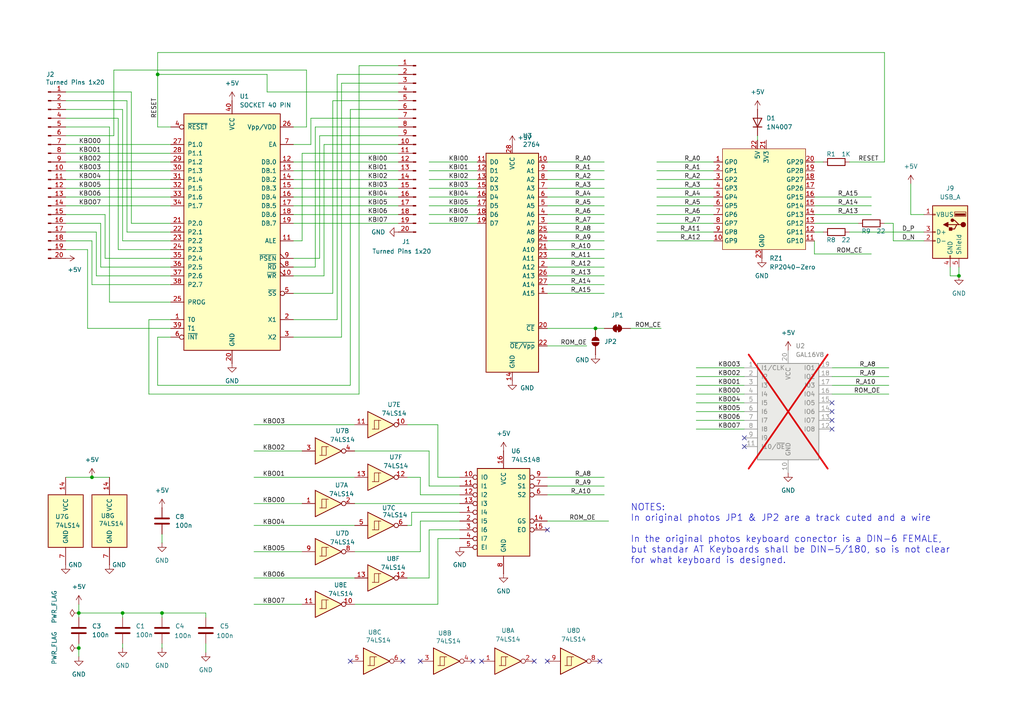
<source format=kicad_sch>
(kicad_sch (version 20250114) (generator "eeschema") (generator_version "9.0")
  (paper "A4")
  (title_block (title "Unknow Keyboard Interface for Sinclair QL") (date "2024-10-09") (rev "0.1") (company "by Alvaro Alea"))
  (lib_symbols
    (symbol "74xx:74LS14" (pin_names (offset 1.016))
      (property "Reference" "U" (at 0 1.27 0))
      (property "Value" "74LS14" (at 0 -1.27 0))
      (symbol "74LS14_1_0"
        (pin input line (at -7.62 0 0) (length 3.81) (name "~") (number "1"))
        (pin output inverted (at 7.62 0 180) (length 3.81) (name "~") (number "2"))
      )
      (symbol "74LS14_2_0"
        (pin input line (at -7.62 0 0) (length 3.81) (name "~") (number "3"))
        (pin output inverted (at 7.62 0 180) (length 3.81) (name "~") (number "4"))
      )
      (symbol "74LS14_3_0"
        (pin input line (at -7.62 0 0) (length 3.81) (name "~") (number "5"))
        (pin output inverted (at 7.62 0 180) (length 3.81) (name "~") (number "6"))
      )
      (symbol "74LS14_4_0"
        (pin input line (at -7.62 0 0) (length 3.81) (name "~") (number "9"))
        (pin output inverted (at 7.62 0 180) (length 3.81) (name "~") (number "8"))
      )
      (symbol "74LS14_5_0"
        (pin input line (at -7.62 0 0) (length 3.81) (name "~") (number "11"))
        (pin output inverted (at 7.62 0 180) (length 3.81) (name "~") (number "10"))
      )
      (symbol "74LS14_6_0"
        (pin input line (at -7.62 0 0) (length 3.81) (name "~") (number "13"))
        (pin output inverted (at 7.62 0 180) (length 3.81) (name "~") (number "12"))
      )
      (symbol "74LS14_7_0"
        (pin power_in line (at 0 12.7 270) (length 5.08) (name "VCC") (number "14"))
        (pin power_in line (at 0 -12.7 90) (length 5.08) (name "GND") (number "7"))
      )
    )
    (symbol "74xx:74LS148" (pin_names (offset 1.016))
      (property "Reference" "U" (at -7.62 13.97 0))
      (property "Value" "74LS148" (at -7.62 -13.97 0))
      (symbol "74LS148_1_0"
        (pin input inverted (at -12.7 10.16 0) (length 5.08) (name "IO") (number "10"))
        (pin input inverted (at -12.7 7.62 0) (length 5.08) (name "I1") (number "11"))
        (pin input inverted (at -12.7 5.08 0) (length 5.08) (name "I2") (number "12"))
        (pin input inverted (at -12.7 2.54 0) (length 5.08) (name "I3") (number "13"))
        (pin input inverted (at -12.7 0 0) (length 5.08) (name "I4") (number "1"))
        (pin input inverted (at -12.7 -2.54 0) (length 5.08) (name "I5") (number "2"))
        (pin input inverted (at -12.7 -5.08 0) (length 5.08) (name "I6") (number "3"))
        (pin input inverted (at -12.7 -7.62 0) (length 5.08) (name "I7") (number "4"))
        (pin input inverted (at -12.7 -10.16 0) (length 5.08) (name "EI") (number "5"))
        (pin power_in line (at 0 17.78 270) (length 5.08) (name "VCC") (number "16"))
        (pin power_in line (at 0 -17.78 90) (length 5.08) (name "GND") (number "8"))
        (pin output inverted (at 12.7 10.16 180) (length 5.08) (name "S0") (number "9"))
        (pin output inverted (at 12.7 7.62 180) (length 5.08) (name "S1") (number "7"))
        (pin output inverted (at 12.7 5.08 180) (length 5.08) (name "S2") (number "6"))
        (pin output inverted (at 12.7 -2.54 180) (length 5.08) (name "GS") (number "14"))
        (pin output inverted (at 12.7 -5.08 180) (length 5.08) (name "EO") (number "15"))
      )
    )
    (symbol "8bits:W27C512" (pin_names (offset 1.016))
      (property "Reference" "U" (at 6.35 33.02 0))
      (property "Value" "W27C512" (at 5.08 -33.02 0))
      (symbol "W27C512_1_1"
        (pin input line (at -10.16 29.21 0) (length 2.54) (name "A0") (number "10"))
        (pin input line (at -10.16 26.67 0) (length 2.54) (name "A1") (number "9"))
        (pin input line (at -10.16 24.13 0) (length 2.54) (name "A2") (number "8"))
        (pin input line (at -10.16 21.59 0) (length 2.54) (name "A3") (number "7"))
        (pin input line (at -10.16 19.05 0) (length 2.54) (name "A4") (number "6"))
        (pin input line (at -10.16 16.51 0) (length 2.54) (name "A5") (number "5"))
        (pin input line (at -10.16 13.97 0) (length 2.54) (name "A6") (number "4"))
        (pin input line (at -10.16 11.43 0) (length 2.54) (name "A7") (number "3"))
        (pin input line (at -10.16 8.89 0) (length 2.54) (name "A8") (number "25"))
        (pin input line (at -10.16 6.35 0) (length 2.54) (name "A9") (number "24"))
        (pin input line (at -10.16 3.81 0) (length 2.54) (name "A10") (number "21"))
        (pin input line (at -10.16 1.27 0) (length 2.54) (name "A11") (number "23"))
        (pin input line (at -10.16 -1.27 0) (length 2.54) (name "A12") (number "2"))
        (pin input line (at -10.16 -3.81 0) (length 2.54) (name "A13") (number "26"))
        (pin input line (at -10.16 -6.35 0) (length 2.54) (name "A14") (number "27"))
        (pin input line (at -10.16 -8.89 0) (length 2.54) (name "A15") (number "1"))
        (pin input line (at -10.16 -19.05 0) (length 2.54) (name "~{CE}") (number "20"))
        (pin input line (at -10.16 -24.13 0) (length 2.54) (name "~{OE/Vpp}") (number "22"))
        (pin power_in line (at 0 34.29 270) (length 2.54) (name "VCC") (number "28"))
        (pin power_in line (at 0 -34.29 90) (length 2.54) (name "GND") (number "14"))
        (pin tri_state line (at 10.16 29.21 180) (length 2.54) (name "D0") (number "11"))
        (pin tri_state line (at 10.16 26.67 180) (length 2.54) (name "D1") (number "12"))
        (pin tri_state line (at 10.16 24.13 180) (length 2.54) (name "D2") (number "13"))
        (pin tri_state line (at 10.16 21.59 180) (length 2.54) (name "D3") (number "15"))
        (pin tri_state line (at 10.16 19.05 180) (length 2.54) (name "D4") (number "16"))
        (pin tri_state line (at 10.16 16.51 180) (length 2.54) (name "D5") (number "17"))
        (pin tri_state line (at 10.16 13.97 180) (length 2.54) (name "D6") (number "18"))
        (pin tri_state line (at 10.16 11.43 180) (length 2.54) (name "D7") (number "19"))
      )
    )
    (symbol "Connector:Conn_01x20_Pin" (pin_names (offset 1.016) (hide yes))
      (property "Reference" "J" (at 0 25.4 0))
      (property "Value" "Conn_01x20_Pin" (at 0 -27.94 0))
      (symbol "Conn_01x20_Pin_1_1"
        (pin passive line (at 5.08 22.86 180) (length 3.81) (name "Pin_1") (number "1"))
        (pin passive line (at 5.08 20.32 180) (length 3.81) (name "Pin_2") (number "2"))
        (pin passive line (at 5.08 17.78 180) (length 3.81) (name "Pin_3") (number "3"))
        (pin passive line (at 5.08 15.24 180) (length 3.81) (name "Pin_4") (number "4"))
        (pin passive line (at 5.08 12.7 180) (length 3.81) (name "Pin_5") (number "5"))
        (pin passive line (at 5.08 10.16 180) (length 3.81) (name "Pin_6") (number "6"))
        (pin passive line (at 5.08 7.62 180) (length 3.81) (name "Pin_7") (number "7"))
        (pin passive line (at 5.08 5.08 180) (length 3.81) (name "Pin_8") (number "8"))
        (pin passive line (at 5.08 2.54 180) (length 3.81) (name "Pin_9") (number "9"))
        (pin passive line (at 5.08 0 180) (length 3.81) (name "Pin_10") (number "10"))
        (pin passive line (at 5.08 -2.54 180) (length 3.81) (name "Pin_11") (number "11"))
        (pin passive line (at 5.08 -5.08 180) (length 3.81) (name "Pin_12") (number "12"))
        (pin passive line (at 5.08 -7.62 180) (length 3.81) (name "Pin_13") (number "13"))
        (pin passive line (at 5.08 -10.16 180) (length 3.81) (name "Pin_14") (number "14"))
        (pin passive line (at 5.08 -12.7 180) (length 3.81) (name "Pin_15") (number "15"))
        (pin passive line (at 5.08 -15.24 180) (length 3.81) (name "Pin_16") (number "16"))
        (pin passive line (at 5.08 -17.78 180) (length 3.81) (name "Pin_17") (number "17"))
        (pin passive line (at 5.08 -20.32 180) (length 3.81) (name "Pin_18") (number "18"))
        (pin passive line (at 5.08 -22.86 180) (length 3.81) (name "Pin_19") (number "19"))
        (pin passive line (at 5.08 -25.4 180) (length 3.81) (name "Pin_20") (number "20"))
      )
    )
    (symbol "Connector:USB_A" (pin_names (offset 1.016))
      (property "Reference" "J" (at -5.08 11.43 0))
      (property "Value" "USB_A" (at -5.08 8.89 0))
      (symbol "USB_A_1_1"
        (pin passive line (at -2.54 -10.16 90) (length 2.54) (name "Shield") (number "5"))
        (pin power_in line (at 0 -10.16 90) (length 2.54) (name "GND") (number "4"))
        (pin power_in line (at 7.62 5.08 180) (length 2.54) (name "VBUS") (number "1"))
        (pin bidirectional line (at 7.62 0 180) (length 2.54) (name "D+") (number "3"))
        (pin bidirectional line (at 7.62 -2.54 180) (length 2.54) (name "D-") (number "2"))
      )
    )
    (symbol "Device:C" (pin_numbers (hide yes)) (pin_names (offset 0.254))
      (property "Reference" "C" (at 0.635 2.54 0))
      (property "Value" "C" (at 0.635 -2.54 0))
      (symbol "C_1_1"
        (pin passive line (at 0 3.81 270) (length 2.794) (name "~") (number "1"))
        (pin passive line (at 0 -3.81 90) (length 2.794) (name "~") (number "2"))
      )
    )
    (symbol "Device:R" (pin_numbers (hide yes)) (pin_names (offset 0))
      (property "Reference" "R" (at 2.032 0 90))
      (property "Value" "R" (at 0 0 90))
      (symbol "R_1_1"
        (pin passive line (at 0 3.81 270) (length 1.27) (name "~") (number "1"))
        (pin passive line (at 0 -3.81 90) (length 1.27) (name "~") (number "2"))
      )
    )
    (symbol "Diode:1N4007" (pin_numbers (hide yes)) (pin_names (hide yes))
      (property "Reference" "D" (at 0 2.54 0))
      (property "Value" "1N4007" (at 0 -2.54 0))
      (symbol "1N4007_1_1"
        (pin passive line (at -3.81 0 0) (length 2.54) (name "K") (number "1"))
        (pin passive line (at 3.81 0 180) (length 2.54) (name "A") (number "2"))
      )
    )
    (symbol "Jumper:SolderJumper_2_Bridged" (pin_numbers (hide yes)) (pin_names (offset 0) (hide yes)) (exclude_from_sim yes) (in_bom no)
      (property "Reference" "JP" (at 0 2.032 0))
      (property "Value" "SolderJumper_2_Bridged" (at 0 -2.54 0))
      (symbol "SolderJumper_2_Bridged_1_1"
        (pin passive line (at -3.81 0 0) (length 2.54) (name "A") (number "1"))
        (pin passive line (at 3.81 0 180) (length 2.54) (name "B") (number "2"))
      )
    )
    (symbol "Jumper:SolderJumper_2_Open" (pin_numbers (hide yes)) (pin_names (offset 0) (hide yes)) (exclude_from_sim yes) (in_bom no)
      (property "Reference" "JP" (at 0 2.032 0))
      (property "Value" "SolderJumper_2_Open" (at 0 -2.54 0))
      (symbol "SolderJumper_2_Open_1_1"
        (pin passive line (at -3.81 0 0) (length 2.54) (name "A") (number "1"))
        (pin passive line (at 3.81 0 180) (length 2.54) (name "B") (number "2"))
      )
    )
    (symbol "Logic_Programmable:GAL16V8" (pin_names (offset 1.016))
      (property "Reference" "U" (at -8.89 16.51 0))
      (property "Value" "GAL16V8" (at 1.27 16.51 0))
      (symbol "GAL16V8_0_0"
        (pin power_in line (at 0 17.78 270) (length 3.81) (name "VCC") (number "20"))
        (pin power_in line (at 0 -17.78 90) (length 3.81) (name "GND") (number "10"))
      )
      (symbol "GAL16V8_1_1"
        (pin input line (at -12.7 12.7 0) (length 3.81) (name "I1/CLK") (number "1"))
        (pin input line (at -12.7 10.16 0) (length 3.81) (name "I2") (number "2"))
        (pin input line (at -12.7 7.62 0) (length 3.81) (name "I3") (number "3"))
        (pin input line (at -12.7 5.08 0) (length 3.81) (name "I4") (number "4"))
        (pin input line (at -12.7 2.54 0) (length 3.81) (name "I5") (number "5"))
        (pin input line (at -12.7 0 0) (length 3.81) (name "I6") (number "6"))
        (pin input line (at -12.7 -2.54 0) (length 3.81) (name "I7") (number "7"))
        (pin input line (at -12.7 -5.08 0) (length 3.81) (name "I8") (number "8"))
        (pin input line (at -12.7 -7.62 0) (length 3.81) (name "I9") (number "9"))
        (pin input line (at -12.7 -10.16 0) (length 3.81) (name "I10/~{OE}") (number "11"))
        (pin tri_state line (at 12.7 12.7 180) (length 3.81) (name "IO1") (number "19"))
        (pin tri_state line (at 12.7 10.16 180) (length 3.81) (name "IO2") (number "18"))
        (pin tri_state line (at 12.7 7.62 180) (length 3.81) (name "I03") (number "17"))
        (pin tri_state line (at 12.7 5.08 180) (length 3.81) (name "IO4") (number "16"))
        (pin tri_state line (at 12.7 2.54 180) (length 3.81) (name "IO5") (number "15"))
        (pin tri_state line (at 12.7 0 180) (length 3.81) (name "IO6") (number "14"))
        (pin tri_state line (at 12.7 -2.54 180) (length 3.81) (name "IO7") (number "13"))
        (pin tri_state line (at 12.7 -5.08 180) (length 3.81) (name "IO8") (number "12"))
      )
    )
    (symbol "MCU_Intel:8749" (pin_names (offset 1.016))
      (property "Reference" "U" (at -13.97 35.56 0))
      (property "Value" "8749" (at 8.89 35.56 0))
      (symbol "8749_1_1"
        (pin input inverted (at -17.78 30.48 0) (length 3.81) (name "~{RESET}") (number "4"))
        (pin bidirectional line (at -17.78 25.4 0) (length 3.81) (name "P1.0") (number "27"))
        (pin bidirectional line (at -17.78 22.86 0) (length 3.81) (name "P1.1") (number "28"))
        (pin bidirectional line (at -17.78 20.32 0) (length 3.81) (name "P1.2") (number "29"))
        (pin bidirectional line (at -17.78 17.78 0) (length 3.81) (name "P1.3") (number "30"))
        (pin bidirectional line (at -17.78 15.24 0) (length 3.81) (name "P1.4") (number "31"))
        (pin bidirectional line (at -17.78 12.7 0) (length 3.81) (name "P1.5") (number "32"))
        (pin bidirectional line (at -17.78 10.16 0) (length 3.81) (name "P1.6") (number "33"))
        (pin bidirectional line (at -17.78 7.62 0) (length 3.81) (name "P1.7") (number "34"))
        (pin bidirectional line (at -17.78 2.54 0) (length 3.81) (name "P2.0") (number "21"))
        (pin bidirectional line (at -17.78 0 0) (length 3.81) (name "P2.1") (number "22"))
        (pin bidirectional line (at -17.78 -2.54 0) (length 3.81) (name "P2.2") (number "23"))
        (pin bidirectional line (at -17.78 -5.08 0) (length 3.81) (name "P2.3") (number "24"))
        (pin bidirectional line (at -17.78 -7.62 0) (length 3.81) (name "P2.4") (number "35"))
        (pin bidirectional line (at -17.78 -10.16 0) (length 3.81) (name "P2.5") (number "36"))
        (pin bidirectional line (at -17.78 -12.7 0) (length 3.81) (name "P2.6") (number "37"))
        (pin bidirectional line (at -17.78 -15.24 0) (length 3.81) (name "P2.7") (number "38"))
        (pin output line (at -17.78 -20.32 0) (length 3.81) (name "PROG") (number "25"))
        (pin input line (at -17.78 -25.4 0) (length 3.81) (name "T0") (number "1"))
        (pin input line (at -17.78 -27.94 0) (length 3.81) (name "T1") (number "39"))
        (pin input inverted (at -17.78 -30.48 0) (length 3.81) (name "~{INT}") (number "6"))
        (pin power_in line (at 0 38.1 270) (length 3.81) (name "VCC") (number "40"))
        (pin power_in line (at 0 -38.1 90) (length 3.81) (name "GND") (number "20"))
        (pin power_in line (at 17.78 30.48 180) (length 3.81) (name "Vpp/VDD") (number "26"))
        (pin input line (at 17.78 25.4 180) (length 3.81) (name "EA") (number "7"))
        (pin bidirectional line (at 17.78 20.32 180) (length 3.81) (name "DB.0") (number "12"))
        (pin bidirectional line (at 17.78 17.78 180) (length 3.81) (name "DB.1") (number "13"))
        (pin bidirectional line (at 17.78 15.24 180) (length 3.81) (name "DB.2") (number "14"))
        (pin bidirectional line (at 17.78 12.7 180) (length 3.81) (name "DB.3") (number "15"))
        (pin bidirectional line (at 17.78 10.16 180) (length 3.81) (name "DB.4") (number "16"))
        (pin bidirectional line (at 17.78 7.62 180) (length 3.81) (name "DB.5") (number "17"))
        (pin bidirectional line (at 17.78 5.08 180) (length 3.81) (name "DB.6") (number "18"))
        (pin bidirectional line (at 17.78 2.54 180) (length 3.81) (name "DB.7") (number "19"))
        (pin output line (at 17.78 -2.54 180) (length 3.81) (name "ALE") (number "11"))
        (pin output output_low (at 17.78 -7.62 180) (length 3.81) (name "~{PSEN}") (number "9"))
        (pin output output_low (at 17.78 -10.16 180) (length 3.81) (name "~{RD}") (number "8"))
        (pin output output_low (at 17.78 -12.7 180) (length 3.81) (name "~{WR}") (number "10"))
        (pin input inverted (at 17.78 -17.78 180) (length 3.81) (name "~{SS}") (number "5"))
        (pin input line (at 17.78 -25.4 180) (length 3.81) (name "X1") (number "2"))
        (pin output line (at 17.78 -30.48 180) (length 3.81) (name "X2") (number "3"))
      )
    )
    (symbol "power:+5V" (power) (pin_numbers (hide yes)) (pin_names (offset 0) (hide yes))
      (property "Value" "+5V" (at 0 3.556 0))
      (symbol "+5V_1_1"
        (pin power_in line (at 0 0 90) (length 0) (name "~") (number "1"))
      )
    )
    (symbol "power:GND" (power) (pin_numbers (hide yes)) (pin_names (offset 0) (hide yes))
      (property "Value" "GND" (at 0 -3.81 0))
      (symbol "GND_1_1"
        (pin power_in line (at 0 0 270) (length 0) (name "~") (number "1"))
      )
    )
    (symbol "power:PWR_FLAG" (power) (pin_numbers (hide yes)) (pin_names (offset 0) (hide yes))
      (property "Value" "PWR_FLAG" (at 0 3.81 0))
      (symbol "PWR_FLAG_0_0"
        (pin power_out line (at 0 0 90) (length 0) (name "~") (number "1"))
      )
    )
    (symbol "rp2040-zero:RP2040-Zero"
      (property "Reference" "RZ" (at 0 0 0))
      (property "Value" "RP2040-Zero" (at 0 -2.54 0))
      (symbol "RP2040-Zero_1_1"
        (pin bidirectional line (at -13.97 10.16 0) (length 2.54) (name "GP0") (number "1"))
        (pin bidirectional line (at -13.97 7.62 0) (length 2.54) (name "GP1") (number "2"))
        (pin bidirectional line (at -13.97 5.08 0) (length 2.54) (name "GP2") (number "3"))
        (pin bidirectional line (at -13.97 2.54 0) (length 2.54) (name "GP3") (number "4"))
        (pin bidirectional line (at -13.97 0 0) (length 2.54) (name "GP4") (number "5"))
        (pin bidirectional line (at -13.97 -2.54 0) (length 2.54) (name "GP5") (number "6"))
        (pin bidirectional line (at -13.97 -5.08 0) (length 2.54) (name "GP6") (number "7"))
        (pin bidirectional line (at -13.97 -7.62 0) (length 2.54) (name "GP7") (number "8"))
        (pin bidirectional line (at -13.97 -10.16 0) (length 2.54) (name "GP8") (number "9"))
        (pin bidirectional line (at -13.97 -12.7 0) (length 2.54) (name "GP9") (number "10"))
        (pin power_in line (at -1.27 16.51 270) (length 2.54) (name "5V") (number "22"))
        (pin power_in line (at 0 -17.78 90) (length 2.54) (name "GND") (number "23"))
        (pin power_in line (at 1.27 16.51 270) (length 2.54) (name "3V3") (number "21"))
        (pin bidirectional line (at 15.24 10.16 180) (length 2.54) (name "GP29") (number "20"))
        (pin bidirectional line (at 15.24 7.62 180) (length 2.54) (name "GP28") (number "19"))
        (pin bidirectional line (at 15.24 5.08 180) (length 2.54) (name "GP27") (number "18"))
        (pin bidirectional line (at 15.24 2.54 180) (length 2.54) (name "GP26") (number "17"))
        (pin bidirectional line (at 15.24 0 180) (length 2.54) (name "GP15") (number "16"))
        (pin bidirectional line (at 15.24 -2.54 180) (length 2.54) (name "GP14") (number "15"))
        (pin bidirectional line (at 15.24 -5.08 180) (length 2.54) (name "GP13") (number "14"))
        (pin bidirectional line (at 15.24 -7.62 180) (length 2.54) (name "GP12") (number "13"))
        (pin bidirectional line (at 15.24 -10.16 180) (length 2.54) (name "GP11") (number "12"))
        (pin bidirectional line (at 15.24 -12.7 180) (length 2.54) (name "GP10") (number "11"))
      )
    )
  )
  (text "NOTES:\nIn original photos JP1 & JP2 are a track cuted and a wire\n\nIn the original photos keyboard conector is a DIN-6 FEMALE, \nbut standar AT Keyboards shall be DIN-5/180, so is not clear \nfor what keyboard is designed." (at 182.88 154.94 0) (effects (font (size 1.905 1.905)) (justify left)))
  (junction (at 46.99 177.8))
  (junction (at 35.56 177.8))
  (junction (at 172.72 95.25))
  (junction (at 45.72 21.59))
  (junction (at 278.13 80.01))
  (junction (at 22.86 187.96))
  (junction (at 22.86 177.8))
  (junction (at 26.67 138.43))
  (no_connect (at 241.3 119.38))
  (no_connect (at 158.75 153.67))
  (no_connect (at 101.6 191.77))
  (no_connect (at 241.3 121.92))
  (no_connect (at 137.16 191.77))
  (no_connect (at 215.9 127))
  (no_connect (at 241.3 116.84))
  (no_connect (at 215.9 129.54))
  (no_connect (at 241.3 124.46))
  (no_connect (at 116.84 191.77))
  (no_connect (at 154.94 191.77))
  (no_connect (at 158.75 191.77))
  (no_connect (at 139.7 191.77))
  (no_connect (at 121.92 191.77))
  (no_connect (at 173.99 191.77))
  (wire (pts (xy 26.67 138.43) (xy 31.75 138.43)))
  (wire (pts (xy 175.26 49.53) (xy 158.75 49.53)))
  (wire (pts (xy 27.94 80.01) (xy 49.53 80.01)))
  (wire (pts (xy 138.43 46.99) (xy 124.46 46.99)))
  (wire (pts (xy 85.09 46.99) (xy 115.57 46.99)))
  (wire (pts (xy 22.86 175.26) (xy 22.86 177.8)))
  (wire (pts (xy 115.57 39.37) (xy 92.71 39.37)))
  (wire (pts (xy 49.53 64.77) (xy 38.1 64.77)))
  (wire (pts (xy 256.54 15.24) (xy 256.54 46.99)))
  (wire (pts (xy 29.21 77.47) (xy 49.53 77.47)))
  (wire (pts (xy 45.72 21.59) (xy 45.72 36.83)))
  (wire (pts (xy 85.09 49.53) (xy 115.57 49.53)))
  (wire (pts (xy 93.98 41.91) (xy 93.98 80.01)))
  (wire (pts (xy 90.17 41.91) (xy 90.17 34.29)))
  (wire (pts (xy 133.35 148.59) (xy 119.38 148.59)))
  (wire (pts (xy 85.09 36.83) (xy 88.9 36.83)))
  (wire (pts (xy 127 138.43) (xy 127 123.19)))
  (wire (pts (xy 19.05 54.61) (xy 49.53 54.61)))
  (wire (pts (xy 175.26 52.07) (xy 158.75 52.07)))
  (wire (pts (xy 127 175.26) (xy 102.87 175.26)))
  (wire (pts (xy 175.26 82.55) (xy 158.75 82.55)))
  (wire (pts (xy 133.35 143.51) (xy 121.92 143.51)))
  (wire (pts (xy 26.67 82.55) (xy 49.53 82.55)))
  (wire (pts (xy 259.08 64.77) (xy 259.08 69.85)))
  (wire (pts (xy 119.38 148.59) (xy 119.38 152.4)))
  (wire (pts (xy 118.11 167.64) (xy 124.46 167.64)))
  (wire (pts (xy 115.57 44.45) (xy 87.63 44.45)))
  (wire (pts (xy 22.86 190.5) (xy 22.86 187.96)))
  (wire (pts (xy 215.9 124.46) (xy 201.93 124.46)))
  (wire (pts (xy 138.43 54.61) (xy 124.46 54.61)))
  (wire (pts (xy 19.05 41.91) (xy 49.53 41.91)))
  (wire (pts (xy 175.26 69.85) (xy 158.75 69.85)))
  (wire (pts (xy 207.01 62.23) (xy 190.5 62.23)))
  (wire (pts (xy 90.17 34.29) (xy 115.57 34.29)))
  (wire (pts (xy 158.75 100.33) (xy 170.18 100.33)))
  (wire (pts (xy 91.44 36.83) (xy 91.44 77.47)))
  (wire (pts (xy 236.22 73.66) (xy 252.73 73.66)))
  (wire (pts (xy 35.56 177.8) (xy 46.99 177.8)))
  (wire (pts (xy 138.43 62.23) (xy 124.46 62.23)))
  (wire (pts (xy 259.08 64.77) (xy 256.54 64.77)))
  (wire (pts (xy 215.9 119.38) (xy 201.93 119.38)))
  (wire (pts (xy 207.01 57.15) (xy 190.5 57.15)))
  (wire (pts (xy 175.26 57.15) (xy 158.75 57.15)))
  (wire (pts (xy 35.56 177.8) (xy 35.56 179.07)))
  (wire (pts (xy 73.66 123.19) (xy 102.87 123.19)))
  (wire (pts (xy 259.08 69.85) (xy 267.97 69.85)))
  (wire (pts (xy 19.05 69.85) (xy 26.67 69.85)))
  (wire (pts (xy 33.02 20.32) (xy 33.02 39.37)))
  (wire (pts (xy 252.73 59.69) (xy 236.22 59.69)))
  (wire (pts (xy 124.46 130.81) (xy 102.87 130.81)))
  (wire (pts (xy 85.09 52.07) (xy 115.57 52.07)))
  (wire (pts (xy 104.14 19.05) (xy 115.57 19.05)))
  (wire (pts (xy 182.88 95.25) (xy 191.77 95.25)))
  (wire (pts (xy 215.9 109.22) (xy 201.93 109.22)))
  (wire (pts (xy 278.13 80.01) (xy 278.13 77.47)))
  (wire (pts (xy 127 138.43) (xy 133.35 138.43)))
  (wire (pts (xy 38.1 64.77) (xy 38.1 26.67)))
  (wire (pts (xy 138.43 59.69) (xy 124.46 59.69)))
  (wire (pts (xy 73.66 130.81) (xy 87.63 130.81)))
  (wire (pts (xy 19.05 34.29) (xy 34.29 34.29)))
  (wire (pts (xy 215.9 106.68) (xy 201.93 106.68)))
  (wire (pts (xy 215.9 116.84) (xy 201.93 116.84)))
  (wire (pts (xy 49.53 95.25) (xy 25.4 95.25)))
  (wire (pts (xy 241.3 114.3) (xy 257.81 114.3)))
  (wire (pts (xy 19.05 29.21) (xy 36.83 29.21)))
  (wire (pts (xy 19.05 49.53) (xy 49.53 49.53)))
  (wire (pts (xy 45.72 97.79) (xy 45.72 111.76)))
  (wire (pts (xy 31.75 87.63) (xy 31.75 36.83)))
  (wire (pts (xy 45.72 15.24) (xy 45.72 21.59)))
  (wire (pts (xy 35.56 31.75) (xy 19.05 31.75)))
  (wire (pts (xy 264.16 62.23) (xy 267.97 62.23)))
  (wire (pts (xy 175.26 62.23) (xy 158.75 62.23)))
  (wire (pts (xy 96.52 85.09) (xy 96.52 29.21)))
  (wire (pts (xy 19.05 64.77) (xy 29.21 64.77)))
  (wire (pts (xy 73.66 152.4) (xy 102.87 152.4)))
  (wire (pts (xy 252.73 57.15) (xy 236.22 57.15)))
  (wire (pts (xy 73.66 138.43) (xy 102.87 138.43)))
  (wire (pts (xy 121.92 151.13) (xy 121.92 160.02)))
  (wire (pts (xy 175.26 140.97) (xy 158.75 140.97)))
  (wire (pts (xy 175.26 59.69) (xy 158.75 59.69)))
  (wire (pts (xy 43.18 92.71) (xy 43.18 114.3)))
  (wire (pts (xy 19.05 57.15) (xy 49.53 57.15)))
  (wire (pts (xy 29.21 64.77) (xy 29.21 77.47)))
  (wire (pts (xy 238.76 46.99) (xy 236.22 46.99)))
  (wire (pts (xy 175.26 143.51) (xy 158.75 143.51)))
  (wire (pts (xy 49.53 87.63) (xy 31.75 87.63)))
  (wire (pts (xy 88.9 20.32) (xy 33.02 20.32)))
  (wire (pts (xy 96.52 29.21) (xy 115.57 29.21)))
  (wire (pts (xy 207.01 67.31) (xy 190.5 67.31)))
  (wire (pts (xy 207.01 46.99) (xy 190.5 46.99)))
  (wire (pts (xy 175.26 138.43) (xy 158.75 138.43)))
  (wire (pts (xy 49.53 92.71) (xy 43.18 92.71)))
  (wire (pts (xy 99.06 24.13) (xy 115.57 24.13)))
  (wire (pts (xy 85.09 97.79) (xy 99.06 97.79)))
  (wire (pts (xy 133.35 156.21) (xy 127 156.21)))
  (wire (pts (xy 97.79 21.59) (xy 115.57 21.59)))
  (wire (pts (xy 275.59 77.47) (xy 275.59 80.01)))
  (wire (pts (xy 73.66 160.02) (xy 87.63 160.02)))
  (wire (pts (xy 115.57 26.67) (xy 77.47 26.67)))
  (wire (pts (xy 85.09 57.15) (xy 115.57 57.15)))
  (wire (pts (xy 133.35 140.97) (xy 124.46 140.97)))
  (wire (pts (xy 138.43 49.53) (xy 124.46 49.53)))
  (wire (pts (xy 264.16 53.34) (xy 264.16 62.23)))
  (wire (pts (xy 25.4 72.39) (xy 19.05 72.39)))
  (wire (pts (xy 175.26 54.61) (xy 158.75 54.61)))
  (wire (pts (xy 73.66 167.64) (xy 102.87 167.64)))
  (wire (pts (xy 36.83 29.21) (xy 36.83 67.31)))
  (wire (pts (xy 275.59 80.01) (xy 278.13 80.01)))
  (wire (pts (xy 85.09 54.61) (xy 115.57 54.61)))
  (wire (pts (xy 30.48 74.93) (xy 49.53 74.93)))
  (wire (pts (xy 121.92 138.43) (xy 118.11 138.43)))
  (wire (pts (xy 87.63 175.26) (xy 73.66 175.26)))
  (wire (pts (xy 91.44 77.47) (xy 85.09 77.47)))
  (wire (pts (xy 73.66 146.05) (xy 87.63 146.05)))
  (wire (pts (xy 124.46 167.64) (xy 124.46 153.67)))
  (wire (pts (xy 257.81 106.68) (xy 241.3 106.68)))
  (wire (pts (xy 77.47 26.67) (xy 77.47 21.59)))
  (wire (pts (xy 246.38 46.99) (xy 256.54 46.99)))
  (wire (pts (xy 27.94 67.31) (xy 27.94 80.01)))
  (wire (pts (xy 19.05 138.43) (xy 26.67 138.43)))
  (wire (pts (xy 19.05 67.31) (xy 27.94 67.31)))
  (wire (pts (xy 45.72 111.76) (xy 101.6 111.76)))
  (wire (pts (xy 101.6 111.76) (xy 101.6 31.75)))
  (wire (pts (xy 19.05 59.69) (xy 49.53 59.69)))
  (wire (pts (xy 49.53 97.79) (xy 45.72 97.79)))
  (wire (pts (xy 45.72 36.83) (xy 49.53 36.83)))
  (wire (pts (xy 236.22 69.85) (xy 236.22 73.66)))
  (wire (pts (xy 246.38 67.31) (xy 267.97 67.31)))
  (wire (pts (xy 43.18 114.3) (xy 104.14 114.3)))
  (wire (pts (xy 46.99 177.8) (xy 59.69 177.8)))
  (wire (pts (xy 87.63 69.85) (xy 85.09 69.85)))
  (wire (pts (xy 115.57 36.83) (xy 91.44 36.83)))
  (wire (pts (xy 104.14 114.3) (xy 104.14 19.05)))
  (wire (pts (xy 207.01 49.53) (xy 190.5 49.53)))
  (wire (pts (xy 22.86 187.96) (xy 22.86 186.69)))
  (wire (pts (xy 175.26 67.31) (xy 158.75 67.31)))
  (wire (pts (xy 45.72 15.24) (xy 256.54 15.24)))
  (wire (pts (xy 215.9 121.92) (xy 201.93 121.92)))
  (wire (pts (xy 207.01 54.61) (xy 190.5 54.61)))
  (wire (pts (xy 19.05 44.45) (xy 49.53 44.45)))
  (wire (pts (xy 124.46 153.67) (xy 133.35 153.67)))
  (wire (pts (xy 121.92 151.13) (xy 133.35 151.13)))
  (wire (pts (xy 49.53 69.85) (xy 35.56 69.85)))
  (wire (pts (xy 124.46 140.97) (xy 124.46 130.81)))
  (wire (pts (xy 175.26 46.99) (xy 158.75 46.99)))
  (wire (pts (xy 46.99 177.8) (xy 46.99 179.07)))
  (wire (pts (xy 35.56 69.85) (xy 35.56 31.75)))
  (wire (pts (xy 34.29 72.39) (xy 49.53 72.39)))
  (wire (pts (xy 257.81 111.76) (xy 241.3 111.76)))
  (wire (pts (xy 99.06 97.79) (xy 99.06 24.13)))
  (wire (pts (xy 85.09 92.71) (xy 97.79 92.71)))
  (wire (pts (xy 26.67 69.85) (xy 26.67 82.55)))
  (wire (pts (xy 34.29 34.29) (xy 34.29 72.39)))
  (wire (pts (xy 175.26 77.47) (xy 158.75 77.47)))
  (wire (pts (xy 46.99 187.96) (xy 46.99 186.69)))
  (wire (pts (xy 172.72 95.25) (xy 175.26 95.25)))
  (wire (pts (xy 85.09 64.77) (xy 115.57 64.77)))
  (wire (pts (xy 175.26 74.93) (xy 158.75 74.93)))
  (wire (pts (xy 158.75 151.13) (xy 176.53 151.13)))
  (wire (pts (xy 121.92 143.51) (xy 121.92 138.43)))
  (wire (pts (xy 175.26 72.39) (xy 158.75 72.39)))
  (wire (pts (xy 25.4 95.25) (xy 25.4 72.39)))
  (wire (pts (xy 127 123.19) (xy 118.11 123.19)))
  (wire (pts (xy 31.75 36.83) (xy 19.05 36.83)))
  (wire (pts (xy 175.26 80.01) (xy 158.75 80.01)))
  (wire (pts (xy 215.9 114.3) (xy 201.93 114.3)))
  (wire (pts (xy 102.87 160.02) (xy 121.92 160.02)))
  (wire (pts (xy 87.63 44.45) (xy 87.63 69.85)))
  (wire (pts (xy 85.09 85.09) (xy 96.52 85.09)))
  (wire (pts (xy 219.71 40.64) (xy 219.71 39.37)))
  (wire (pts (xy 19.05 52.07) (xy 49.53 52.07)))
  (wire (pts (xy 85.09 59.69) (xy 115.57 59.69)))
  (wire (pts (xy 252.73 62.23) (xy 236.22 62.23)))
  (wire (pts (xy 93.98 80.01) (xy 85.09 80.01)))
  (wire (pts (xy 19.05 62.23) (xy 30.48 62.23)))
  (wire (pts (xy 138.43 64.77) (xy 124.46 64.77)))
  (wire (pts (xy 97.79 92.71) (xy 97.79 21.59)))
  (wire (pts (xy 36.83 67.31) (xy 49.53 67.31)))
  (wire (pts (xy 92.71 39.37) (xy 92.71 74.93)))
  (wire (pts (xy 35.56 187.96) (xy 35.56 186.69)))
  (wire (pts (xy 38.1 26.67) (xy 19.05 26.67)))
  (wire (pts (xy 127 156.21) (xy 127 175.26)))
  (wire (pts (xy 175.26 85.09) (xy 158.75 85.09)))
  (wire (pts (xy 77.47 21.59) (xy 45.72 21.59)))
  (wire (pts (xy 33.02 39.37) (xy 19.05 39.37)))
  (wire (pts (xy 236.22 67.31) (xy 238.76 67.31)))
  (wire (pts (xy 46.99 154.94) (xy 46.99 157.48)))
  (wire (pts (xy 119.38 152.4) (xy 118.11 152.4)))
  (wire (pts (xy 207.01 52.07) (xy 190.5 52.07)))
  (wire (pts (xy 207.01 69.85) (xy 190.5 69.85)))
  (wire (pts (xy 92.71 74.93) (xy 85.09 74.93)))
  (wire (pts (xy 101.6 31.75) (xy 115.57 31.75)))
  (wire (pts (xy 215.9 111.76) (xy 201.93 111.76)))
  (wire (pts (xy 19.05 46.99) (xy 49.53 46.99)))
  (wire (pts (xy 85.09 62.23) (xy 115.57 62.23)))
  (wire (pts (xy 138.43 52.07) (xy 124.46 52.07)))
  (wire (pts (xy 236.22 64.77) (xy 248.92 64.77)))
  (wire (pts (xy 257.81 109.22) (xy 241.3 109.22)))
  (wire (pts (xy 59.69 177.8) (xy 59.69 179.07)))
  (wire (pts (xy 158.75 95.25) (xy 172.72 95.25)))
  (wire (pts (xy 88.9 36.83) (xy 88.9 20.32)))
  (wire (pts (xy 138.43 57.15) (xy 124.46 57.15)))
  (wire (pts (xy 102.87 146.05) (xy 133.35 146.05)))
  (wire (pts (xy 207.01 59.69) (xy 190.5 59.69)))
  (wire (pts (xy 175.26 64.77) (xy 158.75 64.77)))
  (wire (pts (xy 207.01 64.77) (xy 190.5 64.77)))
  (wire (pts (xy 22.86 177.8) (xy 22.86 179.07)))
  (wire (pts (xy 115.57 41.91) (xy 93.98 41.91)))
  (wire (pts (xy 85.09 41.91) (xy 90.17 41.91)))
  (wire (pts (xy 59.69 186.69) (xy 59.69 189.23)))
  (wire (pts (xy 22.86 177.8) (xy 35.56 177.8)))
  (wire (pts (xy 30.48 62.23) (xy 30.48 74.93)))
  (label "R_A1" (at 171.45 49.53 180))
  (label "R_A10" (at 171.45 72.39 180))
  (label "R_A9" (at 171.45 140.97 180))
  (label "KBO05" (at 208.28 119.38 0))
  (label "KBO07" (at 208.28 124.46 0))
  (label "KBI00" (at 135.89 46.99 180))
  (label "KBO06" (at 208.28 121.92 0))
  (label "KBI03" (at 135.89 54.61 180))
  (label "KBO03" (at 22.86 49.53 0))
  (label "KBO00" (at 208.28 114.3 0))
  (label "R_A13" (at 171.45 80.01 180))
  (label "KBO04" (at 208.28 116.84 0))
  (label "R_A12" (at 171.45 77.47 180))
  (label "KBI05" (at 106.68 59.69 0))
  (label "ROM_CE" (at 242.57 73.66 0))
  (label "D_N" (at 261.62 69.85 0))
  (label "R_A9" (at 171.45 69.85 180))
  (label "KBI07" (at 106.68 64.77 0))
  (label "KBO03" (at 76.2 123.19 0))
  (label "R_A10" (at 254 111.76 180))
  (label "R_A5" (at 171.45 59.69 180))
  (label "R_A3" (at 203.2 54.61 180))
  (label "KBO06" (at 22.86 57.15 0))
  (label "ROM_CE" (at 184.15 95.25 0))
  (label "R_A6" (at 203.2 62.23 180))
  (label "R_A14" (at 171.45 82.55 180))
  (label "R_A8" (at 171.45 138.43 180))
  (label "ROM_OE" (at 162.56 100.33 0))
  (label "KBO05" (at 76.2 160.02 0))
  (label "KBI02" (at 135.89 52.07 180))
  (label "KBI07" (at 135.89 64.77 180))
  (label "R_A5" (at 203.2 59.69 180))
  (label "R_A8" (at 254 106.68 180))
  (label "R_A11" (at 203.2 67.31 180))
  (label "KBO07" (at 22.86 59.69 0))
  (label "R_A10" (at 171.45 143.51 180))
  (label "KBI04" (at 106.68 57.15 0))
  (label "R_A15" (at 171.45 85.09 180))
  (label "KBI01" (at 135.89 49.53 180))
  (label "R_A15" (at 248.92 57.15 180))
  (label "KBI02" (at 106.68 52.07 0))
  (label "KBO02" (at 76.2 130.81 0))
  (label "R_A7" (at 203.2 64.77 180))
  (label "KBO00" (at 22.86 41.91 0))
  (label "R_A11" (at 171.45 74.93 180))
  (label "R_A2" (at 203.2 52.07 180))
  (label "KBO06" (at 76.2 167.64 0))
  (label "R_A0" (at 203.2 46.99 180))
  (label "KBO04" (at 76.2 152.4 0))
  (label "R_A4" (at 171.45 57.15 180))
  (label "KBO03" (at 208.28 106.68 0))
  (label "R_A8" (at 171.45 67.31 180))
  (label "KBO04" (at 22.86 52.07 0))
  (label "D_P" (at 261.62 67.31 0))
  (label "KBO02" (at 208.28 109.22 0))
  (label "R_A14" (at 248.92 59.69 180))
  (label "R_A0" (at 171.45 46.99 180))
  (label "KBO01" (at 22.86 44.45 0))
  (label "R_A2" (at 171.45 52.07 180))
  (label "KBI06" (at 135.89 62.23 180))
  (label "KBO00" (at 76.2 146.05 0))
  (label "R_A4" (at 203.2 57.15 180))
  (label "KBO07" (at 76.2 175.26 0))
  (label "R_A1" (at 203.2 49.53 180))
  (label "KBO01" (at 76.2 138.43 0))
  (label "R_A12" (at 203.2 69.85 180))
  (label "KBO02" (at 22.86 46.99 0))
  (label "KBI06" (at 106.68 62.23 0))
  (label "KBO05" (at 22.86 54.61 0))
  (label "R_A6" (at 171.45 62.23 180))
  (label "R_A3" (at 171.45 54.61 180))
  (label "R_A7" (at 171.45 64.77 180))
  (label "KBO01" (at 208.28 111.76 0))
  (label "KBI00" (at 106.68 46.99 0))
  (label "RESET" (at 45.72 34.29 90))
  (label "KBI04" (at 135.89 57.15 180))
  (label "RESET" (at 248.92 46.99 0))
  (label "ROM_OE" (at 247.65 114.3 0))
  (label "R_A9" (at 254 109.22 180))
  (label "KBI03" (at 106.68 54.61 0))
  (label "R_A13" (at 248.92 62.23 180))
  (label "KBI05" (at 135.89 59.69 180))
  (label "ROM_OE" (at 165.1 151.13 0))
  (label "KBI01" (at 106.68 49.53 0))
  (symbol (lib_id "power:GND") (at 146.05 166.37 0) (unit 1)
    (property "Reference" "#PWR016" (effects (hide yes)))
    (property "Value" "GND" (at 146.05 171.45 0))
    (property "Description" "Power symbol creates a global label with name \"GND\" , ground" (effects (hide yes)))
  )
  (symbol (lib_id "Connector:USB_A") (at 275.59 67.31 0) (mirror y) (unit 1)
    (property "Reference" "J9" (at 275.59 54.61 0))
    (property "Value" "USB_A" (at 275.59 57.15 0))
    (property "Footprint" "Connector_USB:USB_A_Molex_67643_Horizontal" (effects (hide yes)))
    (property "Description" "USB Type A connector" (effects (hide yes)))
  )
  (symbol (lib_id "power:+5V") (at 26.67 138.43 0) (unit 1)
    (property "Reference" "#PWR035" (effects (hide yes)))
    (property "Value" "+5V" (at 26.67 133.35 0))
    (property "Description" "Power symbol creates a global label with name \"+5V\"" (effects (hide yes)))
  )
  (symbol (lib_id "power:+5V") (at 146.05 130.81 0) (unit 1)
    (property "Reference" "#PWR021" (effects (hide yes)))
    (property "Value" "+5V" (at 146.05 125.73 0))
    (property "Description" "Power symbol creates a global label with name \"+5V\"" (effects (hide yes)))
  )
  (symbol (lib_id "power:GND") (at 228.6 137.16 0) (unit 1)
    (property "Reference" "#PWR017" (effects (hide yes)))
    (property "Value" "GND" (at 228.6 142.24 0))
    (property "Description" "Power symbol creates a global label with name \"GND\" , ground" (effects (hide yes)))
  )
  (symbol (lib_id "74xx:74LS14") (at 110.49 138.43 0) (unit 6)
    (property "Reference" "U7" (at 114.808 132.588 0))
    (property "Value" "74LS14" (at 114.808 135.128 0))
    (property "Footprint" "Package_DIP:DIP-14_W7.62mm" (effects (hide yes)))
    (property "Datasheet" "http://www.ti.com/lit/gpn/sn74LS14" (effects (hide yes)))
    (property "Description" "Hex inverter schmitt trigger" (effects (hide yes)))
  )
  (symbol (lib_id "Connector:Conn_01x20_Pin") (at 13.97 49.53 0) (unit 1)
    (property "Reference" "J2" (at 14.605 21.59 0))
    (property "Value" "Turned Pins 1x20" (at 21.844 23.876 0))
    (property "Footprint" "Connector_PinHeader_2.54mm:PinHeader_1x20_P2.54mm_Vertical" (effects (hide yes)))
    (property "Description" "Generic connector, single row, 01x20, script generated" (effects (hide yes)))
  )
  (symbol (lib_id "Device:C") (at 35.56 182.88 0) (unit 1)
    (property "Reference" "C1" (at 39.37 181.6099 0) (effects (justify left)))
    (property "Value" "100n" (at 39.37 184.1499 0) (effects (justify left)))
    (property "Footprint" "Capacitor_THT:C_Disc_D4.3mm_W1.9mm_P5.00mm" (effects (hide yes)))
    (property "Description" "Unpolarized capacitor" (effects (hide yes)))
  )
  (symbol (lib_id "Device:C") (at 22.86 182.88 0) (unit 1)
    (property "Reference" "C3" (at 26.67 181.6099 0) (effects (justify left)))
    (property "Value" "100n" (at 26.67 184.1499 0) (effects (justify left)))
    (property "Footprint" "Capacitor_THT:C_Disc_D4.3mm_W1.9mm_P5.00mm" (effects (hide yes)))
    (property "Description" "Unpolarized capacitor" (effects (hide yes)))
  )
  (symbol (lib_id "power:GND") (at 148.59 110.49 0) (mirror y) (unit 1)
    (property "Reference" "#PWR07" (effects (hide yes)))
    (property "Value" "GND" (at 152.908 112.522 0))
    (property "Description" "Power symbol creates a global label with name \"GND\" , ground" (effects (hide yes)))
  )
  (symbol (lib_id "74xx:74LS14") (at 95.25 175.26 0) (unit 5)
    (property "Reference" "U8" (at 98.806 169.672 0))
    (property "Value" "74LS14" (at 98.806 172.212 0))
    (property "Footprint" "Package_DIP:DIP-14_W7.62mm" (effects (hide yes)))
    (property "Datasheet" "http://www.ti.com/lit/gpn/sn74LS14" (effects (hide yes)))
    (property "Description" "Hex inverter schmitt trigger" (effects (hide yes)))
  )
  (symbol (lib_id "74xx:74LS14") (at 110.49 123.19 0) (unit 5)
    (property "Reference" "U7" (at 114.3 117.348 0))
    (property "Value" "74LS14" (at 114.3 119.888 0))
    (property "Footprint" "Package_DIP:DIP-14_W7.62mm" (effects (hide yes)))
    (property "Datasheet" "http://www.ti.com/lit/gpn/sn74LS14" (effects (hide yes)))
    (property "Description" "Hex inverter schmitt trigger" (effects (hide yes)))
  )
  (symbol (lib_id "power:+5V") (at 148.59 41.91 0) (mirror y) (unit 1)
    (property "Reference" "#PWR08" (effects (hide yes)))
    (property "Value" "+5V" (at 152.146 39.878 0))
    (property "Description" "Power symbol creates a global label with name \"+5V\"" (effects (hide yes)))
  )
  (symbol (lib_id "rp2040-zero:RP2040-Zero") (at 220.98 57.15 0) (unit 1)
    (property "Reference" "RZ1" (at 223.1741 74.93 0) (effects (justify left)))
    (property "Value" "RP2040-Zero" (at 223.1741 77.47 0) (effects (justify left)))
    (property "Footprint" "8bits:RP2040-Zero" (effects (hide yes)))
  )
  (symbol (lib_id "Jumper:SolderJumper_2_Open") (at 172.72 99.06 90) (unit 1) (in_bom no)
    (property "Reference" "JP2" (at 175.26 99.0599 90) (effects (justify right)))
    (property "Value" "SolderJumper_2_Open" (effects (hide yes)))
    (property "Footprint" "Jumper:SolderJumper-2_P1.3mm_Open_Pad1.0x1.5mm" (effects (hide yes)))
    (property "Description" "Solder Jumper, 2-pole, open" (effects (hide yes)))
  )
  (symbol (lib_id "power:GND") (at 19.05 163.83 0) (unit 1)
    (property "Reference" "#PWR026" (effects (hide yes)))
    (property "Value" "GND" (at 21.844 163.83 0))
    (property "Description" "Power symbol creates a global label with name \"GND\" , ground" (effects (hide yes)))
  )
  (symbol (lib_id "power:GND") (at 35.56 187.96 0) (unit 1)
    (property "Reference" "#PWR024" (effects (hide yes)))
    (property "Value" "GND" (at 35.56 193.04 0))
    (property "Description" "Power symbol creates a global label with name \"GND\" , ground" (effects (hide yes)))
  )
  (symbol (lib_id "power:GND") (at 67.31 105.41 0) (unit 1)
    (property "Reference" "#PWR03" (effects (hide yes)))
    (property "Value" "GND" (at 67.31 110.49 0))
    (property "Description" "Power symbol creates a global label with name \"GND\" , ground" (effects (hide yes)))
  )
  (symbol (lib_id "74xx:74LS14") (at 19.05 151.13 0) (unit 7)
    (property "Reference" "U7" (at 16.002 149.86 0) (effects (justify left)))
    (property "Value" "74LS14" (at 16.002 152.4 0) (effects (justify left)))
    (property "Footprint" "Package_DIP:DIP-14_W7.62mm" (effects (hide yes)))
    (property "Datasheet" "http://www.ti.com/lit/gpn/sn74LS14" (effects (hide yes)))
    (property "Description" "Hex inverter schmitt trigger" (effects (hide yes)))
  )
  (symbol (lib_id "Device:R") (at 252.73 64.77 90) (mirror x) (unit 1)
    (property "Reference" "R9" (at 251.206 67.056 90))
    (property "Value" "22" (at 255.524 67.056 90))
    (property "Footprint" "Resistor_THT:R_Axial_DIN0207_L6.3mm_D2.5mm_P7.62mm_Horizontal" (effects (hide yes)))
  )
  (symbol (lib_id "Device:C") (at 59.69 182.88 0) (mirror x) (unit 1)
    (property "Reference" "C5" (at 63.754 181.61 0) (effects (justify left)))
    (property "Value" "100n" (at 62.738 184.404 0) (effects (justify left)))
    (property "Footprint" "Capacitor_THT:C_Disc_D4.3mm_W1.9mm_P5.00mm" (effects (hide yes)))
    (property "Description" "Unpolarized capacitor" (effects (hide yes)))
  )
  (symbol (lib_id "74xx:74LS14") (at 166.37 191.77 0) (unit 4)
    (property "Reference" "U8" (at 166.37 182.88 0))
    (property "Value" "74LS14" (at 166.37 185.42 0))
    (property "Footprint" "Package_DIP:DIP-14_W7.62mm" (effects (hide yes)))
    (property "Datasheet" "http://www.ti.com/lit/gpn/sn74LS14" (effects (hide yes)))
    (property "Description" "Hex inverter schmitt trigger" (effects (hide yes)))
  )
  (symbol (lib_id "Logic_Programmable:GAL16V8") (at 228.6 119.38 0) (unit 1) (exclude_from_sim yes) (in_bom no) (on_board no) (dnp yes)
    (property "Reference" "U2" (at 230.7433 100.33 0) (effects (justify left)))
    (property "Value" "GAL16V8" (at 230.7433 102.87 0) (effects (justify left)))
    (property "Description" "Programmable Logic Array, DIP-20/SOIC-20/PLCC-20" (effects (hide yes)))
  )
  (symbol (lib_id "power:PWR_FLAG") (at 22.86 187.96 90) (unit 1)
    (property "Reference" "#FLG02" (effects (hide yes)))
    (property "Value" "PWR_FLAG" (at 15.748 192.786 0) (effects (justify left)))
    (property "Description" "Special symbol for telling ERC where power comes from" (effects (hide yes)))
  )
  (symbol (lib_id "74xx:74LS148") (at 146.05 148.59 0) (unit 1)
    (property "Reference" "U6" (at 148.2441 130.81 0) (effects (justify left)))
    (property "Value" "74LS148" (at 148.2441 133.35 0) (effects (justify left)))
    (property "Footprint" "Package_DIP:DIP-16_W7.62mm" (effects (hide yes)))
    (property "Datasheet" "http://www.ti.com/lit/gpn/sn74LS148" (effects (hide yes)))
    (property "Description" "Priority Encoder 3 to 8 cascadable" (effects (hide yes)))
  )
  (symbol (lib_id "power:GND") (at 115.57 67.31 270) (unit 1)
    (property "Reference" "#PWR04" (effects (hide yes)))
    (property "Value" "GND" (at 111.76 67.3099 90) (effects (justify right)))
    (property "Description" "Power symbol creates a global label with name \"GND\" , ground" (effects (hide yes)))
  )
  (symbol (lib_id "74xx:74LS14") (at 31.75 151.13 0) (unit 7)
    (property "Reference" "U8" (at 31.242 149.606 0))
    (property "Value" "74LS14" (at 32.258 151.892 0))
    (property "Footprint" "Package_DIP:DIP-14_W7.62mm" (effects (hide yes)))
    (property "Datasheet" "http://www.ti.com/lit/gpn/sn74LS14" (effects (hide yes)))
    (property "Description" "Hex inverter schmitt trigger" (effects (hide yes)))
  )
  (symbol (lib_id "Connector:Conn_01x20_Pin") (at 120.65 41.91 0) (mirror y) (unit 1)
    (property "Reference" "J1" (at 116.586 70.104 0) (effects (justify right)))
    (property "Value" "Turned Pins 1x20" (at 107.95 72.898 0) (effects (justify right)))
    (property "Footprint" "Connector_PinHeader_2.54mm:PinHeader_1x20_P2.54mm_Vertical" (effects (hide yes)))
    (property "Description" "Generic connector, single row, 01x20, script generated" (effects (hide yes)))
  )
  (symbol (lib_id "74xx:74LS14") (at 95.25 146.05 0) (unit 1)
    (property "Reference" "U7" (at 99.06 140.716 0))
    (property "Value" "74LS14" (at 99.06 143.256 0))
    (property "Footprint" "Package_DIP:DIP-14_W7.62mm" (effects (hide yes)))
    (property "Datasheet" "http://www.ti.com/lit/gpn/sn74LS14" (effects (hide yes)))
    (property "Description" "Hex inverter schmitt trigger" (effects (hide yes)))
  )
  (symbol (lib_id "74xx:74LS14") (at 110.49 152.4 0) (unit 3)
    (property "Reference" "U7" (at 112.776 147.32 0))
    (property "Value" "74LS14" (at 114.554 149.352 0))
    (property "Footprint" "Package_DIP:DIP-14_W7.62mm" (effects (hide yes)))
    (property "Datasheet" "http://www.ti.com/lit/gpn/sn74LS14" (effects (hide yes)))
    (property "Description" "Hex inverter schmitt trigger" (effects (hide yes)))
  )
  (symbol (lib_id "Device:R") (at 242.57 67.31 90) (mirror x) (unit 1)
    (property "Reference" "R8" (at 241.046 69.596 90))
    (property "Value" "22" (at 245.364 69.596 90))
    (property "Footprint" "Resistor_THT:R_Axial_DIN0207_L6.3mm_D2.5mm_P7.62mm_Horizontal" (effects (hide yes)))
  )
  (symbol (lib_id "power:PWR_FLAG") (at 22.86 177.8 90) (unit 1)
    (property "Reference" "#FLG01" (effects (hide yes)))
    (property "Value" "PWR_FLAG" (at 15.748 180.848 0) (effects (justify left)))
    (property "Description" "Special symbol for telling ERC where power comes from" (effects (hide yes)))
  )
  (symbol (lib_id "power:+5V") (at 228.6 101.6 0) (unit 1)
    (property "Reference" "#PWR023" (effects (hide yes)))
    (property "Value" "+5V" (at 228.6 96.52 0))
    (property "Description" "Power symbol creates a global label with name \"+5V\"" (effects (hide yes)))
  )
  (symbol (lib_id "74xx:74LS14") (at 109.22 191.77 0) (unit 3)
    (property "Reference" "U8" (at 108.712 183.388 0))
    (property "Value" "74LS14" (at 109.728 185.674 0))
    (property "Footprint" "Package_DIP:DIP-14_W7.62mm" (effects (hide yes)))
    (property "Datasheet" "http://www.ti.com/lit/gpn/sn74LS14" (effects (hide yes)))
    (property "Description" "Hex inverter schmitt trigger" (effects (hide yes)))
  )
  (symbol (lib_id "power:+5V") (at 46.99 147.32 0) (unit 1)
    (property "Reference" "#PWR041" (effects (hide yes)))
    (property "Value" "+5V" (at 46.99 142.24 0))
    (property "Description" "Power symbol creates a global label with name \"+5V\"" (effects (hide yes)))
  )
  (symbol (lib_id "power:+5V") (at 19.05 74.93 270) (unit 1)
    (property "Reference" "#PWR02" (effects (hide yes)))
    (property "Value" "+5V" (at 19.558 78.232 90) (effects (justify left)))
    (property "Description" "Power symbol creates a global label with name \"+5V\"" (effects (hide yes)))
  )
  (symbol (lib_id "Device:C") (at 46.99 182.88 0) (unit 1)
    (property "Reference" "C4" (at 50.8 181.6099 0) (effects (justify left)))
    (property "Value" "100n" (at 50.546 184.404 0) (effects (justify left)))
    (property "Footprint" "Capacitor_THT:C_Disc_D4.3mm_W1.9mm_P5.00mm" (effects (hide yes)))
    (property "Description" "Unpolarized capacitor" (effects (hide yes)))
  )
  (symbol (lib_id "power:GND") (at 22.86 190.5 0) (unit 1)
    (property "Reference" "#PWR012" (effects (hide yes)))
    (property "Value" "GND" (at 22.86 195.58 0))
    (property "Description" "Power symbol creates a global label with name \"GND\" , ground" (effects (hide yes)))
  )
  (symbol (lib_id "power:+5V") (at 219.71 31.75 0) (unit 1)
    (property "Reference" "#PWR042" (effects (hide yes)))
    (property "Value" "+5V" (at 219.71 26.67 0))
    (property "Description" "Power symbol creates a global label with name \"+5V\"" (effects (hide yes)))
  )
  (symbol (lib_id "MCU_Intel:8749") (at 67.31 67.31 0) (unit 1)
    (property "Reference" "U1" (at 69.5041 27.94 0) (effects (justify left)))
    (property "Value" "SOCKET 40 PIN" (at 69.5041 30.48 0) (effects (justify left)))
    (property "Footprint" "Package_DIP:DIP-40_W15.24mm_Socket" (effects (hide yes)))
    (property "Description" "i8748, MCS-48 8-bit Microcontroller with Internal EPROM, 2KB EPROM, 128B RAM, DIP-40" (effects (hide yes)))
  )
  (symbol (lib_id "power:+5V") (at 264.16 53.34 0) (unit 1)
    (property "Reference" "#PWR038" (effects (hide yes)))
    (property "Value" "+5V" (at 264.16 48.26 0))
    (property "Description" "Power symbol creates a global label with name \"+5V\"" (effects (hide yes)))
  )
  (symbol (lib_id "power:GND") (at 46.99 157.48 0) (unit 1)
    (property "Reference" "#PWR039" (effects (hide yes)))
    (property "Value" "GND" (at 46.99 162.56 0))
    (property "Description" "Power symbol creates a global label with name \"GND\" , ground" (effects (hide yes)))
  )
  (symbol (lib_id "Diode:1N4007") (at 219.71 35.56 90) (unit 1)
    (property "Reference" "D1" (at 222.25 34.2899 90) (effects (justify right)))
    (property "Value" "1N4007" (at 222.25 36.8299 90) (effects (justify right)))
    (property "Footprint" "Diode_THT:D_DO-35_SOD27_P7.62mm_Horizontal" (effects (hide yes)))
    (property "Datasheet" "http://www.vishay.com/docs/88503/1n4001.pdf" (effects (hide yes)))
    (property "Sim.Device" "D" (effects (hide yes)))
    (property "Sim.Pins" "1=K 2=A" (effects (hide yes)))
  )
  (symbol (lib_id "power:GND") (at 220.98 74.93 0) (unit 1)
    (property "Reference" "#PWR040" (effects (hide yes)))
    (property "Value" "GND" (at 220.98 80.01 0))
    (property "Description" "Power symbol creates a global label with name \"GND\" , ground" (effects (hide yes)))
  )
  (symbol (lib_id "Device:R") (at 242.57 46.99 90) (unit 1)
    (property "Reference" "R1" (at 241.046 44.704 90))
    (property "Value" "1K" (at 245.364 44.704 90))
    (property "Footprint" "Resistor_THT:R_Axial_DIN0207_L6.3mm_D2.5mm_P7.62mm_Horizontal" (effects (hide yes)))
  )
  (symbol (lib_id "74xx:74LS14") (at 95.25 160.02 0) (unit 4)
    (property "Reference" "U7" (at 99.314 154.686 0))
    (property "Value" "74LS14" (at 99.314 157.226 0))
    (property "Footprint" "Package_DIP:DIP-14_W7.62mm" (effects (hide yes)))
    (property "Datasheet" "http://www.ti.com/lit/gpn/sn74LS14" (effects (hide yes)))
    (property "Description" "Hex inverter schmitt trigger" (effects (hide yes)))
  )
  (symbol (lib_id "Jumper:SolderJumper_2_Bridged") (at 179.07 95.25 0) (unit 1) (in_bom no)
    (property "Reference" "JP1" (at 179.07 91.44 0))
    (property "Value" "SolderJumper_2_Bridged" (effects (hide yes)))
    (property "Footprint" "Jumper:SolderJumper-2_P1.3mm_Bridged_Pad1.0x1.5mm" (effects (hide yes)))
    (property "Description" "Solder Jumper, 2-pole, closed/bridged" (effects (hide yes)))
  )
  (symbol (lib_id "8bits:W27C512") (at 148.59 76.2 0) (mirror y) (unit 1)
    (property "Reference" "U3" (at 151.6065 39.37 0) (effects (justify right)))
    (property "Value" "2764" (at 151.6065 41.91 0) (effects (justify right)))
    (property "Footprint" "Package_DIP:DIP-28_W15.24mm" (effects (hide yes)))
    (property "Datasheet" "https://downloads.reactivemicro.com/Electronics/ROM/2764%20EPROM.pdf" (effects (hide yes)))
    (property "Description" "64K ×  8 ELECTRICALLY ERASABLE EPROM" (effects (hide yes)))
  )
  (symbol (lib_id "power:GND") (at 31.75 163.83 0) (unit 1)
    (property "Reference" "#PWR05" (effects (hide yes)))
    (property "Value" "GND" (at 34.544 163.83 0))
    (property "Description" "Power symbol creates a global label with name \"GND\" , ground" (effects (hide yes)))
  )
  (symbol (lib_id "74xx:74LS14") (at 129.54 191.77 0) (unit 2)
    (property "Reference" "U8" (at 129.032 183.642 0))
    (property "Value" "74LS14" (at 130.048 185.928 0))
    (property "Footprint" "Package_DIP:DIP-14_W7.62mm" (effects (hide yes)))
    (property "Datasheet" "http://www.ti.com/lit/gpn/sn74LS14" (effects (hide yes)))
    (property "Description" "Hex inverter schmitt trigger" (effects (hide yes)))
  )
  (symbol (lib_id "power:GND") (at 46.99 187.96 0) (unit 1)
    (property "Reference" "#PWR025" (effects (hide yes)))
    (property "Value" "GND" (at 46.99 193.04 0))
    (property "Description" "Power symbol creates a global label with name \"GND\" , ground" (effects (hide yes)))
  )
  (symbol (lib_id "power:+5V") (at 22.86 175.26 0) (unit 1)
    (property "Reference" "#PWR013" (effects (hide yes)))
    (property "Value" "+5V" (at 22.86 170.18 0))
    (property "Description" "Power symbol creates a global label with name \"+5V\"" (effects (hide yes)))
  )
  (symbol (lib_id "power:GND") (at 172.72 102.87 0) (mirror y) (unit 1)
    (property "Reference" "#PWR031" (effects (hide yes)))
    (property "Value" "GND" (at 168.91 104.394 0))
    (property "Description" "Power symbol creates a global label with name \"GND\" , ground" (effects (hide yes)))
  )
  (symbol (lib_id "power:GND") (at 278.13 80.01 0) (unit 1)
    (property "Reference" "#PWR037" (effects (hide yes)))
    (property "Value" "GND" (at 278.13 85.09 0))
    (property "Description" "Power symbol creates a global label with name \"GND\" , ground" (effects (hide yes)))
  )
  (symbol (lib_id "power:GND") (at 59.69 189.23 0) (mirror y) (unit 1)
    (property "Reference" "#PWR033" (effects (hide yes)))
    (property "Value" "GND" (at 59.69 194.31 0))
    (property "Description" "Power symbol creates a global label with name \"GND\" , ground" (effects (hide yes)))
  )
  (symbol (lib_id "power:+5V") (at 67.31 29.21 0) (unit 1)
    (property "Reference" "#PWR01" (effects (hide yes)))
    (property "Value" "+5V" (at 67.31 24.13 0))
    (property "Description" "Power symbol creates a global label with name \"+5V\"" (effects (hide yes)))
  )
  (symbol (lib_id "Device:C") (at 46.99 151.13 0) (unit 1)
    (property "Reference" "C8" (at 50.8 149.86 0) (effects (justify left)))
    (property "Value" "100n" (at 50.8 152.4 0) (effects (justify left)))
    (property "Footprint" "Capacitor_THT:C_Disc_D5.0mm_W2.5mm_P5.00mm" (effects (hide yes)))
  )
  (symbol (lib_id "power:GND") (at 133.35 158.75 0) (unit 1)
    (property "Reference" "#PWR022" (effects (hide yes)))
    (property "Value" "GND" (at 133.35 163.83 0))
    (property "Description" "Power symbol creates a global label with name \"GND\" , ground" (effects (hide yes)))
  )
  (symbol (lib_id "74xx:74LS14") (at 147.32 191.77 0) (unit 1)
    (property "Reference" "U8" (at 147.32 182.88 0))
    (property "Value" "74LS14" (at 147.32 185.42 0))
    (property "Footprint" "Package_DIP:DIP-14_W7.62mm" (effects (hide yes)))
    (property "Datasheet" "http://www.ti.com/lit/gpn/sn74LS14" (effects (hide yes)))
    (property "Description" "Hex inverter schmitt trigger" (effects (hide yes)))
  )
  (symbol (lib_id "74xx:74LS14") (at 95.25 130.81 0) (unit 2)
    (property "Reference" "U7" (at 99.314 124.968 0))
    (property "Value" "74LS14" (at 99.314 127.508 0))
    (property "Footprint" "Package_DIP:DIP-14_W7.62mm" (effects (hide yes)))
    (property "Datasheet" "http://www.ti.com/lit/gpn/sn74LS14" (effects (hide yes)))
    (property "Description" "Hex inverter schmitt trigger" (effects (hide yes)))
  )
  (symbol (lib_id "74xx:74LS14") (at 110.49 167.64 0) (unit 6)
    (property "Reference" "U8" (at 114.046 162.052 0))
    (property "Value" "74LS14" (at 114.046 164.592 0))
    (property "Footprint" "Package_DIP:DIP-14_W7.62mm" (effects (hide yes)))
    (property "Datasheet" "http://www.ti.com/lit/gpn/sn74LS14" (effects (hide yes)))
    (property "Description" "Hex inverter schmitt trigger" (effects (hide yes)))
  )
)
</source>
